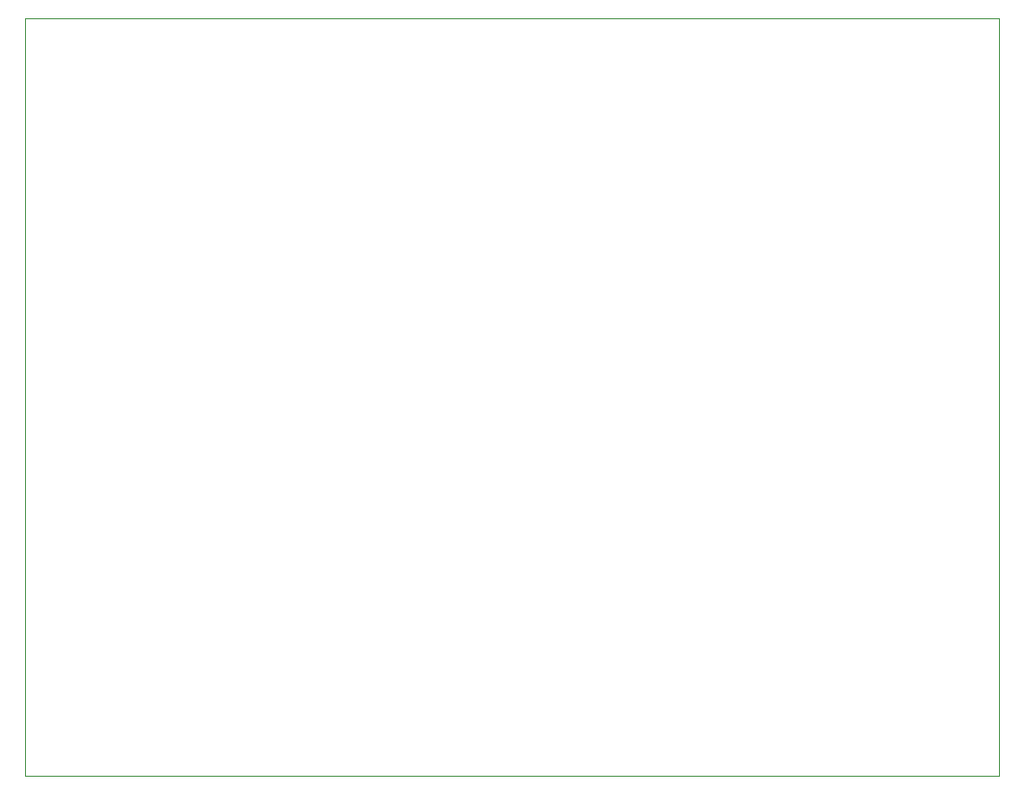
<source format=gbr>
%TF.GenerationSoftware,KiCad,Pcbnew,8.0.5*%
%TF.CreationDate,2025-02-18T21:33:55-07:00*%
%TF.ProjectId,nespad,6e657370-6164-42e6-9b69-6361645f7063,rev?*%
%TF.SameCoordinates,Original*%
%TF.FileFunction,Profile,NP*%
%FSLAX46Y46*%
G04 Gerber Fmt 4.6, Leading zero omitted, Abs format (unit mm)*
G04 Created by KiCad (PCBNEW 8.0.5) date 2025-02-18 21:33:55*
%MOMM*%
%LPD*%
G01*
G04 APERTURE LIST*
%TA.AperFunction,Profile*%
%ADD10C,0.050000*%
%TD*%
G04 APERTURE END LIST*
D10*
X83802500Y-65872500D02*
X169527500Y-65872500D01*
X169527500Y-132547500D01*
X83802500Y-132547500D01*
X83802500Y-65872500D01*
M02*

</source>
